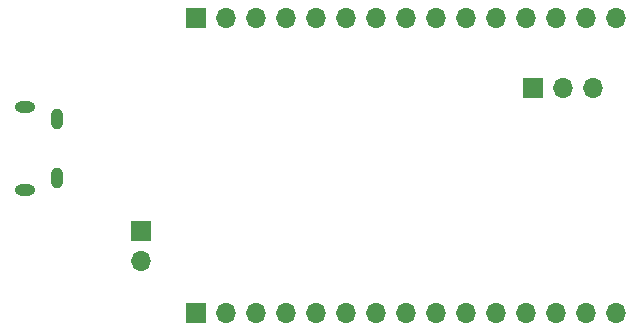
<source format=gbr>
%TF.GenerationSoftware,KiCad,Pcbnew,8.0.2*%
%TF.CreationDate,2024-09-05T22:56:17-06:00*%
%TF.ProjectId,2024_June_RP2040,32303234-5f4a-4756-9e65-5f5250323034,rev?*%
%TF.SameCoordinates,Original*%
%TF.FileFunction,Soldermask,Bot*%
%TF.FilePolarity,Negative*%
%FSLAX46Y46*%
G04 Gerber Fmt 4.6, Leading zero omitted, Abs format (unit mm)*
G04 Created by KiCad (PCBNEW 8.0.2) date 2024-09-05 22:56:17*
%MOMM*%
%LPD*%
G01*
G04 APERTURE LIST*
%ADD10R,1.700000X1.700000*%
%ADD11O,1.700000X1.700000*%
%ADD12O,1.004000X1.804000*%
%ADD13O,1.704000X0.954000*%
G04 APERTURE END LIST*
D10*
%TO.C,J1*%
X95580200Y-75844400D03*
D11*
X95580200Y-78384400D03*
%TD*%
D12*
%TO.C,J2*%
X88493600Y-66344800D03*
X88493600Y-71344800D03*
D13*
X85793600Y-65319800D03*
X85793600Y-72369800D03*
%TD*%
D10*
%TO.C,J3*%
X100253800Y-82759600D03*
D11*
X102793800Y-82759600D03*
X105333800Y-82759600D03*
X107873800Y-82759600D03*
X110413800Y-82759600D03*
X112953800Y-82759600D03*
X115493800Y-82759600D03*
X118033800Y-82759600D03*
X120573800Y-82759600D03*
X123113800Y-82759600D03*
X125653800Y-82759600D03*
X128193800Y-82759600D03*
X130733800Y-82759600D03*
X133273800Y-82759600D03*
X135813800Y-82759600D03*
%TD*%
D10*
%TO.C,J5*%
X128778000Y-63677800D03*
D11*
X131318000Y-63677800D03*
X133858000Y-63677800D03*
%TD*%
D10*
%TO.C,J4*%
X100253800Y-57759600D03*
D11*
X102793800Y-57759600D03*
X105333800Y-57759600D03*
X107873800Y-57759600D03*
X110413800Y-57759600D03*
X112953800Y-57759600D03*
X115493800Y-57759600D03*
X118033800Y-57759600D03*
X120573800Y-57759600D03*
X123113800Y-57759600D03*
X125653800Y-57759600D03*
X128193800Y-57759600D03*
X130733800Y-57759600D03*
X133273800Y-57759600D03*
X135813800Y-57759600D03*
%TD*%
M02*

</source>
